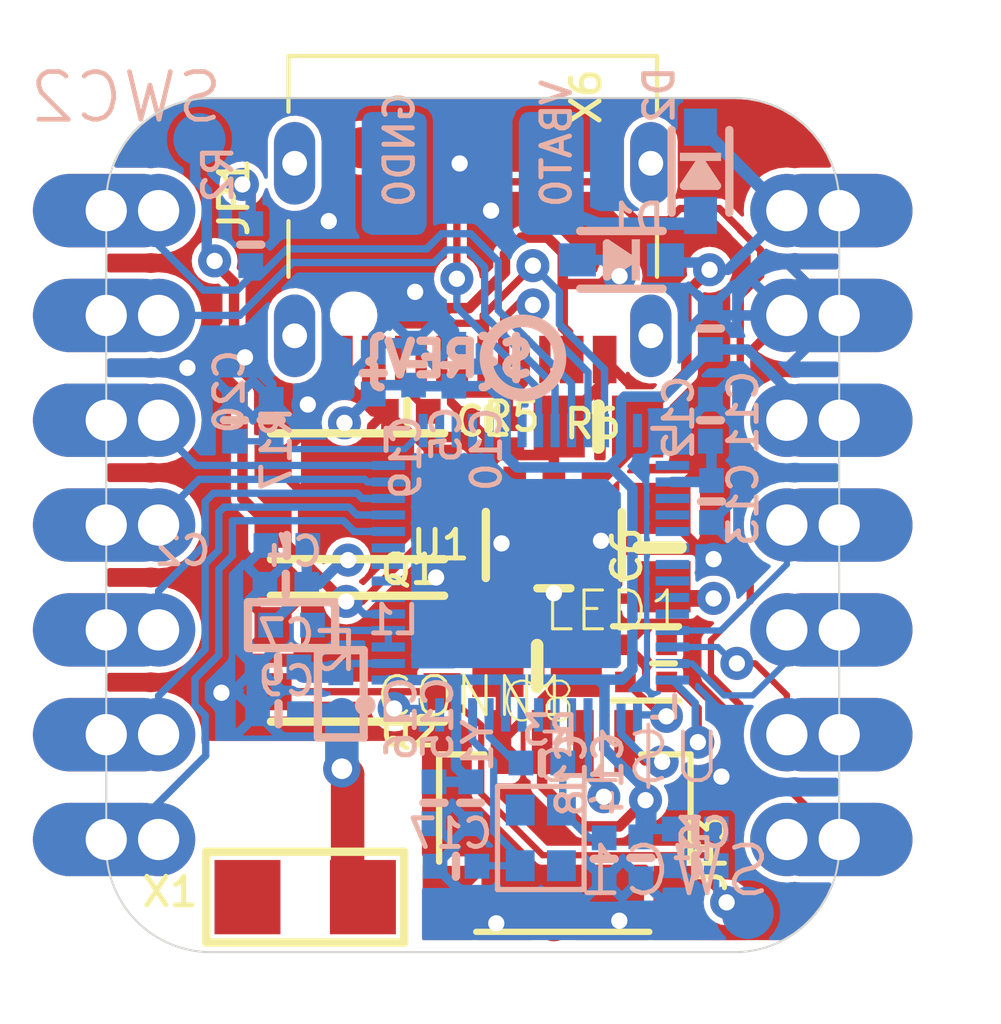
<source format=kicad_pcb>
(kicad_pcb (version 20221018) (generator pcbnew)
  (layers (0 "F.Cu" signal) (1 "In1.Cu" signal) (2 "In2.Cu" signal) (31 "B.Cu" signal) (34 "B.Paste" user) (35 "F.Paste" user) (36 "B.SilkS" user "B.Silkscreen") (37 "F.SilkS" user "F.Silkscreen") (38 "B.Mask" user) (39 "F.Mask" user) (44 "Edge.Cuts" user))
  (net 0 "")
  (net 1 "GND")
  (net 2 "D+")
  (net 3 "D-")
  (net 4 "VBUS")
  (net 5 "~{RESET}")
  (net 6 "3.3V")
  (net 7 "A0")
  (net 8 "CC1")
  (net 9 "CC2")
  (net 10 "A1")
  (net 11 "MOSI")
  (net 12 "MISO")
  (net 13 "SCK")
  (net 14 "A2")
  (net 15 "A3")
  (net 16 "SDA")
  (net 17 "SCL")
  (net 18 "NEOPIX")
  (net 19 "+5V")
  (net 20 "VDD3P3")
  (net 21 "N$2")
  (net 22 "N$3")
  (net 23 "IO0")
  (net 24 "SDA1")
  (net 25 "SCL1")
  (net 26 "N$5")
  (net 27 "N$6")
  (net 28 "N$7")
  (net 29 "IO10_DBLTAP")
  (net 30 "NEOPIX_PWR")
  (net 31 "TX")
  (net 32 "RX")
  (net 33 "VBAT")
  (net 34 "VDD_SPI")
  (footprint "working:ANT_2450AT18B100" (layer "F.Cu") (at 144.4371 114.0206 180)
    (fp_text reference "X1")
    (fp_text value "")
  )
  (footprint "working:BTN_KMR2_4.6X2.8" (layer "F.Cu") (at 145.7071 108.2421 180)
    (fp_text reference "Q2")
    (fp_text value "reset")
  )
  (footprint "working:USB_C_CUSB31-CFM2AX-01-X" (layer "F.Cu") (at 148.5011 97.4471 180)
    (fp_text reference "X6")
    (fp_text value "USB TYPE C")
  )
  (footprint "working:0805-NO" (layer "F.Cu") (at 153.035 105.5497 90)
    (fp_text reference "C6")
    (fp_text value "22uF")
  )
  (footprint "working:1X07_CASTEL" (layer "F.Cu") (at 156.1211 105.0036 90)
    (fp_text reference "JP3")
    (fp_text value "")
  )
  (footprint "working:FIDUCIAL_1MM" (layer "F.Cu") (at 145.8087 95.8596)
    (fp_text reference "U$6" hide)
    (fp_text value "FIDUCIAL_1MM" hide)
  )
  (footprint "working:0805-NO" (layer "F.Cu") (at 150.0632 108.4199 180)
    (fp_text reference "C8")
    (fp_text value "22uF")
  )
  (footprint "working:FIDUCIAL_1MM" (layer "F.Cu") (at 150.4696 114.5921)
    (fp_text reference "U$8" hide)
    (fp_text value "FIDUCIAL_1MM" hide)
  )
  (footprint "working:BTN_KMR2_4.6X2.8" (layer "F.Cu") (at 145.7071 104.3051 180)
    (fp_text reference "Q1")
    (fp_text value "BOOT0")
  )
  (footprint "working:SOT23-5" (layer "F.Cu") (at 150.4696 105.4862 180)
    (fp_text reference "U1")
    (fp_text value "AP2112K-3.3")
  )
  (footprint "working:QTPY_ESP32_TOP" (layer "F.Cu") (at 139.6111 115.3541)
    (fp_text reference "U$13" hide)
    (fp_text value "" hide)
  )
  (footprint "working:JST_SH4_SKINNY" (layer "F.Cu") (at 150.6855 112.776)
    (fp_text reference "CONN1")
    (fp_text value "STEMMA_I2C_QTSKINNY" hide)
  )
  (footprint "working:SK6805_1515" (layer "F.Cu") (at 152.7048 108.3564)
    (fp_text reference "LED1")
    (fp_text value "WS2812B_SK6805_1515")
  )
  (footprint "working:0805-NO" (layer "F.Cu") (at 151.5491 102.616 180)
    (fp_text reference "C1")
    (fp_text value "22uF")
  )
  (footprint "working:_0402NO" (layer "F.Cu") (at 148.8821 102.4255)
    (fp_text reference "R6")
    (fp_text value "5.1K")
  )
  (footprint "working:_0402NO" (layer "F.Cu") (at 146.9136 102.2477)
    (fp_text reference "R5")
    (fp_text value "5.1K")
  )
  (footprint "working:1X07_CASTEL" (layer "F.Cu") (at 140.8811 105.0036 -90)
    (fp_text reference "JP1")
    (fp_text value "")
  )
  (footprint "working:_0402NO" (layer "B.Cu") (at 148.4503 111.7346 -90)
    (fp_text reference "C15")
    (fp_text value "1uF")
  )
  (footprint "working:_0402NO" (layer "B.Cu") (at 143.1163 98.2091 -90)
    (fp_text reference "R2")
    (fp_text value "10K")
  )
  (footprint "working:_0402NO" (layer "B.Cu") (at 148.0439 101.1301 90)
    (fp_text reference "C10")
    (fp_text value "0.1uF")
  )
  (footprint "working:CRYSTAL_2X1.6" (layer "B.Cu") (at 150.1521 112.5855 -90)
    (fp_text reference "Y1")
    (fp_text value "40MHz")
  )
  (footprint "working:_0402" (layer "B.Cu") (at 144.1069 107.4293)
    (fp_text reference "L1")
    (fp_text value "2nH")
  )
  (footprint "working:_0402NO" (layer "B.Cu") (at 152.5778 113.0681 -90)
    (fp_text reference "C14")
    (fp_text value "0.1uF")
  )
  (footprint "working:_0402" (layer "B.Cu") (at 145.3007 109.093 90)
    (fp_text reference "L2")
    (fp_text value "0 ohm")
  )
  (footprint "working:_0402NO" (layer "B.Cu") (at 154.2669 100.2411 90)
    (fp_text reference "C11")
    (fp_text value "0.1uF")
  )
  (footprint "working:QTPYS2_BOT" (layer "B.Cu") (at 157.3911 115.3541 180)
    (fp_text reference "U$7" hide)
    (fp_text value "" hide)
  )
  (footprint "working:_0402NO" (layer "B.Cu") (at 146.0881 101.3206 90)
    (fp_text reference "C19")
    (fp_text value "1uF")
  )
  (footprint "working:_0402NO" (layer "B.Cu") (at 147.5613 111.7346 -90)
    (fp_text reference "C16")
    (fp_text value "100pF")
  )
  (footprint "working:_0402NO" (layer "B.Cu") (at 143.7894 109.5756 180)
    (fp_text reference "C9")
    (fp_text value "TBD")
  )
  (footprint "working:QFN56_7X7" (layer "B.Cu") (at 149.8981 106.1593)
    (fp_text reference "U$15")
    (fp_text value "ESP32-S2QFN54")
  )
  (footprint "working:_0402NO" (layer "B.Cu") (at 151.6888 113.0935 -90)
    (fp_text reference "C18")
    (fp_text value "16pF")
  )
  (footprint "working:SOD-323_MINI" (layer "B.Cu") (at 154.0256 96.4311 -90)
    (fp_text reference "D2")
    (fp_text value "  NSR0320")
  )
  (footprint "working:_0402NO" (layer "B.Cu") (at 153.8986 112.3696)
    (fp_text reference "R1")
    (fp_text value "10K")
  )
  (footprint "working:TESTPOINT_MINUS_1X3MM" (layer "B.Cu") (at 146.5961 96.4819 -90)
    (fp_text reference "GND0")
    (fp_text value "")
  )
  (footprint "working:_0402NO" (layer "B.Cu") (at 142.7226 102.4636 90)
    (fp_text reference "C20")
    (fp_text value "1uF")
  )
  (footprint "working:_0402NO" (layer "B.Cu") (at 150.1775 110.7694 180)
    (fp_text reference "R3")
    (fp_text value "0")
  )
  (footprint "working:_0402NO" (layer "B.Cu") (at 154.2923 104.4321 -90)
    (fp_text reference "C12")
    (fp_text value "0.1uF")
  )
  (footprint "working:_0402NO" (layer "B.Cu") (at 154.2669 102.4636 90)
    (fp_text reference "C13")
    (fp_text value "1uF")
  )
  (footprint "working:SOD-323_MINI" (layer "B.Cu") (at 152.1079 98.5774 180)
    (fp_text reference "D1")
    (fp_text value "  NSR0320")
  )
  (footprint "working:B1,27" (layer "B.Cu") (at 141.8717 95.6564 180)
    (fp_text reference "SWC2")
    (fp_text value "TPB1,27")
  )
  (footprint "working:_0402NO" (layer "B.Cu") (at 153.8986 113.2586 180)
    (fp_text reference "C3")
    (fp_text value "1uF")
  )
  (footprint "working:TESTPOINT_PLUS_1X3MM" (layer "B.Cu") (at 150.4061 96.4819 -90)
    (fp_text reference "VBAT0")
    (fp_text value "")
  )
  (footprint "working:_0402NO" (layer "B.Cu") (at 143.9926 105.4989 180)
    (fp_text reference "C2")
    (fp_text value "1uF")
  )
  (footprint "working:_0402NO" (layer "B.Cu") (at 143.9672 106.4387 180)
    (fp_text reference "C4")
    (fp_text value "0.1uF")
  )
  (footprint "working:_0402NO" (layer "B.Cu") (at 148.0947 113.2713 180)
    (fp_text reference "C17")
    (fp_text value "16pF")
  )
  (footprint "working:_0402NO" (layer "B.Cu") (at 143.7767 108.4453 180)
    (fp_text reference "C7")
    (fp_text value "TBD")
  )
  (footprint "working:_0402NO" (layer "B.Cu") (at 143.6116 102.4636 -90)
    (fp_text reference "R17")
    (fp_text value "1Meg")
  )
  (footprint "working:B1,27" (layer "B.Cu") (at 155.1686 114.4016 180)
    (fp_text reference "SWC1")
    (fp_text value "TPB1,27")
  )
  (footprint "working:_0402NO" (layer "B.Cu") (at 147.066 101.1047 90)
    (fp_text reference "C5")
    (fp_text value "1uF")
  )
  (footprint "working:PCBFEAT-REV-040" (layer "B.Cu") (at 149.7203 100.9523 180)
    (fp_text reference "U$12" hide)
    (fp_text value "" hide)
  )
  (gr_line (start 154.8511 115.3541) (end 142.1511 115.3541) (stroke (width 0.05)) (layer "Edge.Cuts"))
  (gr_arc (start 154.8511 94.6531) (mid 156.647151 95.397049) (end 157.3911 97.1931) (stroke (width 0.05)) (layer "Edge.Cuts"))
  (gr_line (start 157.3911 97.1931) (end 157.3911 112.8141) (stroke (width 0.05)) (layer "Edge.Cuts"))
  (gr_arc (start 157.3911 112.8141) (mid 156.647151 114.610151) (end 154.8511 115.3541) (stroke (width 0.05)) (layer "Edge.Cuts"))
  (gr_line (start 142.1511 94.6531) (end 154.8511 94.6531) (stroke (width 0.05)) (layer "Edge.Cuts"))
  (gr_line (start 139.6111 112.8141) (end 139.6111 97.1931) (stroke (width 0.05)) (layer "Edge.Cuts"))
  (gr_arc (start 142.1511 115.3541) (mid 140.355049 114.610151) (end 139.6111 112.8141) (stroke (width 0.05)) (layer "Edge.Cuts"))
  (gr_arc (start 139.6111 97.1931) (mid 140.355049 95.397049) (end 142.1511 94.6531) (stroke (width 0.05)) (layer "Edge.Cuts"))
  (segment (start 152.2048 107.9064) (end 152.6946 107.4166) (width 0.254) (layer "F.Cu") (net 1))
  (segment (start 154.036443 114.9096) (end 155.1051 114.9096) (width 0.3048) (layer "F.Cu") (net 1))
  (segment (start 152.6946 107.4166) (end 152.799468 107.4166) (width 0.254) (layer "F.Cu") (net 1))
  (segment (start 148.7296 103.5051) (end 147.7571 103.5051) (width 0.254) (layer "F.Cu") (net 1))
  (segment (start 148.3741 102.4255) (end 148.3741 102.87) (width 0.254) (layer "F.Cu") (net 1))
  (segment (start 149.1855 110.262) (end 149.1855 110.4011) (width 0.254) (layer "F.Cu") (net 1))
  (segment (start 149.1855 108.4922) (end 149.1132 108.4199) (width 0.254) (layer "F.Cu") (net 1))
  (segment (start 146.4056 102.2477) (end 146.0881 102.2477) (width 0.254) (layer "F.Cu") (net 1))
  (segment (start 148.3106 103.0605) (end 148.336 103.0605) (width 0.254) (layer "F.Cu") (net 1))
  (segment (start 148.3741 102.997) (end 148.3106 103.0605) (width 0.254) (layer "F.Cu") (net 1))
  (segment (start 151.7011 101.514) (end 150.5991 102.616) (width 0.254) (layer "F.Cu") (net 1))
  (segment (start 148.7551 103.4796) (end 148.7296 103.5051) (width 0.254) (layer "F.Cu") (net 1))
  (segment (start 150.4696 104.1861) (end 150.4696 103.3067) (width 0.254) (layer "F.Cu") (net 1))
  (segment (start 152.799468 107.4166) (end 152.809284 107.406785) (width 0.254) (layer "F.Cu") (net 1))
  (segment (start 149.1855 110.262) (end 149.1855 108.4922) (width 0.254) (layer "F.Cu") (net 1))
  (segment (start 145.3011 100.9921) (end 145.3011 101.4607) (width 0.254) (layer "F.Cu") (net 1))
  (segment (start 155.1051 114.9096) (end 155.6766 114.3381) (width 0.254) (layer "F.Cu") (net 1))
  (segment (start 148.336 103.0605) (end 148.7551 103.4796) (width 0.254) (layer "F.Cu") (net 1))
  (segment (start 148.3741 102.87) (end 146.4056 102.87) (width 0.254) (layer "F.Cu") (net 1))
  (segment (start 151.7011 100.9921) (end 151.7011 101.514) (width 0.254) (layer "F.Cu") (net 1))
  (segment (start 146.4056 102.87) (end 146.4056 102.2477) (width 0.254) (layer "F.Cu") (net 1))
  (segment (start 154.036443 114.9096) (end 153.4855 114.358657) (width 0.3048) (layer "F.Cu") (net 1))
  (segment (start 150.4696 103.3067) (end 148.928 103.3067) (width 0.254) (layer "F.Cu") (net 1))
  (segment (start 148.928 103.3067) (end 148.7551 103.4796) (width 0.254) (layer "F.Cu") (net 1))
  (segment (start 153.4855 114.162) (end 153.4855 114.358657) (width 0.4064) (layer "F.Cu") (net 1))
  (segment (start 146.0881 102.2477) (end 145.3011 101.4607) (width 0.254) (layer "F.Cu") (net 1))
  (via (at 152.0571 114.5921) (size 0.8001) (drill 0.3937) (layers "F.Cu" "B.Cu") (net 1))
  (via (at 147.6121 106.2736) (size 0.8001) (drill 0.3937) (layers "F.Cu" "B.Cu") (net 1))
  (via (at 154.3431 105.8291) (size 0.8001) (drill 0.3937) (layers "F.Cu" "B.Cu") (net 1))
  (via (at 149.1996 105.4481) (size 0.8001) (drill 0.3937) (layers "F.Cu" "B.Cu") (net 1))
  (via (at 154.5336 111.0996) (size 0.8001) (drill 0.3937) (layers "F.Cu" "B.Cu") (net 1))
  (via (at 151.6126 105.3846) (size 0.8001) (drill 0.3937) (layers "F.Cu" "B.Cu") (net 1))
  (via (at 149.0726 114.6556) (size 0.8001) (drill 0.3937) (layers "F.Cu" "B.Cu") (net 1))
  (via (at 142.4051 109.0676) (size 0.8001) (drill 0.3937) (layers "F.Cu" "B.Cu") (net 1))
  (via (at 141.5796 101.1936) (size 0.8001) (drill 0.3937) (layers "F.Cu" "B.Cu") (net 1))
  (via (at 148.9456 97.3836) (size 0.8001) (drill 0.3937) (layers "F.Cu" "B.Cu") (net 1))
  (via (at 150.4696 106.6546) (size 0.8001) (drill 0.3937) (layers "F.Cu" "B.Cu") (net 1))
  (via (at 147.1041 99.3521) (size 0.8001) (drill 0.3937) (layers "F.Cu" "B.Cu") (net 1))
  (via (at 142.9766 100.9396) (size 0.8001) (drill 0.3937) (layers "F.Cu" "B.Cu") (net 1))
  (via (at 148.1836 96.2406) (size 0.8001) (drill 0.3937) (layers "F.Cu" "B.Cu") (net 1))
  (via (at 144.5006 102.0826) (size 0.8001) (drill 0.3937) (layers "F.Cu" "B.Cu") (net 1))
  (via (at 145.0086 97.6376) (size 0.8001) (drill 0.3937) (layers "F.Cu" "B.Cu") (net 1))
  (segment (start 146.0881 100.438538) (end 146.3171 100.209538) (width 0.254) (layer "B.Cu") (net 1))
  (segment (start 146.304 100.5967) (end 147.066 100.5967) (width 0.254) (layer "B.Cu") (net 1))
  (segment (start 143.6116 101.580207) (end 143.3477 101.316307) (width 0.254) (layer "B.Cu") (net 1))
  (segment (start 148.0439 100.2919) (end 147.1041 99.3521) (width 0.254) (layer "B.Cu") (net 1))
  (segment (start 146.0881 100.8126) (end 146.0881 100.438538) (width 0.254) (layer "B.Cu") (net 1))
  (segment (start 157.3911 99.9236) (end 154.2669 99.9236) (width 0.254) (layer "B.Cu") (net 1))
  (segment (start 146.3171 100.209538) (end 146.3171 99.9236) (width 0.254) (layer "B.Cu") (net 1))
  (segment (start 146.8886 99.3521) (end 147.1041 99.3521) (width 0.254) (layer "B.Cu") (net 1))
  (segment (start 146.0881 100.8126) (end 146.304 100.5967) (width 0.254) (layer "B.Cu") (net 1))
  (segment (start 142.7861 107.9627) (end 142.7861 107.4801) (width 0.254) (layer "B.Cu") (net 1))
  (segment (start 154.2669 99.9236) (end 154.2669 99.7331) (width 0.254) (layer "B.Cu") (net 1))
  (segment (start 143.2687 108.4453) (end 143.2687 109.5629) (width 0.508) (layer "B.Cu") (net 1))
  (segment (start 143.2814 109.5756) (end 143.2687 109.5629) (width 0.254) (layer "B.Cu") (net 1))
  (segment (start 143.3477 101.316307) (end 143.3477 101.3107) (width 0.254) (layer "B.Cu") (net 1))
  (segment (start 143.6116 101.9556) (end 143.6116 101.580207) (width 0.254) (layer "B.Cu") (net 1))
  (segment (start 143.3477 101.3107) (end 142.9766 100.9396) (width 0.254) (layer "B.Cu") (net 1))
  (segment (start 143.2687 108.4453) (end 142.7861 107.9627) (width 0.3048) (layer "B.Cu") (net 1))
  (segment (start 148.0439 100.6221) (end 148.0439 100.2919) (width 0.254) (layer "B.Cu") (net 1))
  (segment (start 146.3171 99.9236) (end 146.8886 99.3521) (width 0.254) (layer "B.Cu") (net 1))
  (segment (start 145.0086 97.2566) (end 145.0086 97.6376) (width 0.4064) (layer "B.Cu") (net 1))
  (segment (start 148.8146 100.9286) (end 148.7511 100.9921) (width 0.1778) (layer "F.Cu") (net 2))
  (segment (start 147.7511 100.9921) (end 147.7511 100.4316) (width 0.1778) (layer "F.Cu") (net 2))
  (segment (start 149.9616 98.7171) (end 148.7551 99.9236) (width 0.1778) (layer "F.Cu") (net 2))
  (segment (start 148.7551 99.9236) (end 148.7551 100.1141) (width 0.1778) (layer "F.Cu") (net 2))
  (segment (start 148.8146 100.1736) (end 148.8146 100.9286) (width 0.1778) (layer "F.Cu") (net 2))
  (segment (start 148.0686 100.1141) (end 148.7551 100.1141) (width 0.1778) (layer "F.Cu") (net 2))
  (segment (start 148.0686 100.1141) (end 147.7511 100.4316) (width 0.1778) (layer "F.Cu") (net 2))
  (segment (start 148.7551 100.1141) (end 148.8146 100.1736) (width 0.1778) (layer "F.Cu") (net 2))
  (via (at 149.9616 98.7171) (size 0.8001) (drill 0.3937) (layers "F.Cu" "B.Cu") (net 2))
  (segment (start 151.6981 102.7142) (end 151.6981 101.232157) (width 0.1778) (layer "B.Cu") (net 2))
  (segment (start 150.60295 99.35845) (end 150.60295 100.137007) (width 0.1778) (layer "B.Cu") (net 2))
  (segment (start 149.9616 98.7171) (end 150.60295 99.35845) (width 0.1778) (layer "B.Cu") (net 2))
  (segment (start 150.60295 100.137007) (end 151.6981 101.232157) (width 0.1778) (layer "B.Cu") (net 2))
  (segment (start 148.1876 101.0556) (end 148.1876 101.7056) (width 0.1778) (layer "F.Cu") (net 3))
  (segment (start 149.9616 99.6696) (end 149.7711 99.4791) (width 0.1778) (layer "F.Cu") (net 3))
  (segment (start 149.7711 99.4791) (end 149.2511 99.9991) (width 0.1778) (layer "F.Cu") (net 3))
  (segment (start 149.0091 101.8286) (end 149.2511 101.5866) (width 0.1778) (layer "F.Cu") (net 3))
  (segment (start 149.2511 100.9921) (end 149.2511 99.9991) (width 0.1778) (layer "F.Cu") (net 3))
  (segment (start 148.3106 101.8286) (end 149.0091 101.8286) (width 0.1778) (layer "F.Cu") (net 3))
  (segment (start 148.2511 100.9921) (end 148.1876 101.0556) (width 0.1778) (layer "F.Cu") (net 3))
  (segment (start 149.2511 101.5866) (end 149.2511 100.9921) (width 0.1778) (layer "F.Cu") (net 3))
  (segment (start 148.1876 101.7056) (end 148.3106 101.8286) (width 0.1778) (layer "F.Cu") (net 3))
  (via (at 149.9616 99.6696) (size 0.8001) (drill 0.3937) (layers "F.Cu" "B.Cu") (net 3))
  (segment (start 149.9616 99.6696) (end 149.9616 99.962632) (width 0.1778) (layer "B.Cu") (net 3))
  (segment (start 151.2981 102.7142) (end 151.2981 101.299132) (width 0.1778) (layer "B.Cu") (net 3))
  (segment (start 151.2981 101.299132) (end 149.9616 99.962632) (width 0.1778) (layer "B.Cu") (net 3))
  (segment (start 150.6851 99.1616) (end 150.6851 100.209538) (width 0.254) (layer "F.Cu") (net 4))
  (segment (start 150.6851 100.209538) (end 150.815381 100.339819) (width 0.254) (layer "F.Cu") (net 4))
  (segment (start 148.412043 99.7458) (end 149.28215 98.875694) (width 0.254) (layer "F.Cu") (net 4))
  (segment (start 151.61895 99.1616) (end 150.6851 99.1616) (width 0.254) (layer "F.Cu") (net 4))
  (segment (start 146.1011 100.425538) (end 146.412537 100.1141) (width 0.254) (layer "F.Cu") (net 4))
  (segment (start 149.28215 98.435663) (end 149.680162 98.03765) (width 0.254) (layer "F.Cu") (net 4))
  (segment (start 150.3172 98.03765) (end 150.6851 98.40555) (width 0.254) (layer "F.Cu") (net 4))
  (segment (start 149.28215 98.875694) (end 149.28215 98.435663) (width 0.254) (layer "F.Cu") (net 4))
  (segment (start 147.547743 100.1141) (end 147.916043 99.7458) (width 0.254) (layer "F.Cu") (net 4))
  (segment (start 146.1011 100.9921) (end 146.1011 100.425538) (width 0.254) (layer "F.Cu") (net 4))
  (segment (start 150.815381 100.339819) (end 150.815381 100.784319) (width 0.254) (layer "F.Cu") (net 4))
  (segment (start 147.916043 99.7458) (end 148.412043 99.7458) (width 0.254) (layer "F.Cu") (net 4))
  (segment (start 149.680162 98.03765) (end 150.3172 98.03765) (width 0.254) (layer "F.Cu") (net 4))
  (segment (start 152.06345 98.9711) (end 151.80945 98.9711) (width 0.254) (layer "F.Cu") (net 4))
  (segment (start 146.412537 100.1141) (end 147.547743 100.1141) (width 0.254) (layer "F.Cu") (net 4))
  (segment (start 150.9011 100.9921) (end 150.75435 100.84535) (width 0.254) (layer "F.Cu") (net 4))
  (segment (start 151.80945 98.9711) (end 151.61895 99.1616) (width 0.254) (layer "F.Cu") (net 4))
  (segment (start 150.6851 98.40555) (end 150.6851 99.1616) (width 0.254) (layer "F.Cu") (net 4))
  (segment (start 150.815381 100.784319) (end 150.75435 100.84535) (width 0.254) (layer "F.Cu") (net 4))
  (via (at 152.06345 98.9711) (size 0.8001) (drill 0.3937) (layers "F.Cu" "B.Cu") (net 4))
  (segment (start 151.66975 98.5774) (end 152.06345 98.9711) (width 0.254) (layer "B.Cu") (net 4))
  (segment (start 151.0379 98.5774) (end 151.66975 98.5774) (width 0.254) (layer "B.Cu") (net 4))
  (segment (start 154.6606 114.0841) (end 154.3141 113.7376) (width 0.1524) (layer "F.Cu") (net 5))
  (segment (start 150.198812 113.0046) (end 154.214887 113.0046) (width 0.1524) (layer "F.Cu") (net 5))
  (segment (start 147.7571 109.0421) (end 146.399462 109.0421) (width 0.1778) (layer "F.Cu") (net 5))
  (segment (start 146.370046 109.0421) (end 143.6571 109.0421) (width 0.1778) (layer "F.Cu") (net 5))
  (segment (start 146.5961 109.3851) (end 146.4182 109.2072) (width 0.1778) (layer "F.Cu") (net 5))
  (segment (start 146.5961 109.4486) (end 146.5961 109.3851) (width 0.1778) (layer "F.Cu") (net 5))
  (segment (start 148.7069 109.8522) (end 148.7069 111.512688) (width 0.1524) (layer "F.Cu") (net 5))
  (segment (start 154.3141 113.103813) (end 154.3141 113.7376) (width 0.1524) (layer "F.Cu") (net 5))
  (segment (start 154.214887 113.0046) (end 154.3141 113.103813) (width 0.1524) (layer "F.Cu") (net 5))
  (segment (start 148.7069 111.512688) (end 150.198812 113.0046) (width 0.1524) (layer "F.Cu") (net 5))
  (segment (start 146.3802 109.2072) (end 146.370046 109.0421) (width 0.1778) (layer "F.Cu") (net 5))
  (segment (start 154.6606 114.0841) (end 154.6606 114.1476) (width 0.1524) (layer "F.Cu") (net 5))
  (segment (start 148.7069 109.8522) (end 147.7571 109.0421) (width 0.1524) (layer "F.Cu") (net 5))
  (segment (start 146.399462 109.0421) (end 146.3802 109.2072) (width 0.1778) (layer "F.Cu") (net 5))
  (segment (start 146.4182 109.2072) (end 146.3802 109.2072) (width 0.1778) (layer "F.Cu") (net 5))
  (via (at 154.6606 114.1476) (size 0.8001) (drill 0.3937) (layers "F.Cu" "B.Cu") (net 5))
  (via (at 146.5961 109.4486) (size 0.8001) (drill 0.3937) (layers "F.Cu" "B.Cu") (net 5))
  (segment (start 147.2981 109.6044) (end 147.1423 109.4486) (width 0.1778) (layer "B.Cu") (net 5))
  (segment (start 147.1423 109.4486) (end 146.5961 109.4486) (width 0.1778) (layer "B.Cu") (net 5))
  (segment (start 154.4066 113.8936) (end 154.6606 114.1476) (width 0.1524) (layer "B.Cu") (net 5))
  (segment (start 154.6606 114.1476) (end 154.9146 114.1476) (width 0.1778) (layer "B.Cu") (net 5))
  (segment (start 154.9146 114.1476) (end 155.1686 114.4016) (width 0.1778) (layer "B.Cu") (net 5))
  (segment (start 154.4066 112.3696) (end 154.4066 113.2586) (width 0.1524) (layer "B.Cu") (net 5))
  (segment (start 154.4066 113.8936) (end 154.4066 113.2586) (width 0.1524) (layer "B.Cu") (net 5))
  (segment (start 153.035 106.4997) (end 152.7484 106.7863) (width 0.254) (layer "F.Cu") (net 6))
  (segment (start 150.1855 110.262) (end 150.1855 109.750357) (width 0.254) (layer "F.Cu") (net 6))
  (segment (start 152.7484 106.7863) (end 151.4196 106.7863) (width 0.254) (layer "F.Cu") (net 6))
  (segment (start 151.106865 108.458004) (end 151.0132 108.4199) (width 0.254) (layer "F.Cu") (net 6))
  (segment (start 151.106865 108.041035) (end 151.086275 107.665725) (width 0.254) (layer "F.Cu") (net 6))
  (segment (start 151.4196 107.3324) (end 151.4196 106.7863) (width 0.254) (layer "F.Cu") (net 6))
  (segment (start 152.0571 112.3061) (end 151.1681 112.3061) (width 0.254) (layer "F.Cu") (net 6))
  (segment (start 153.035 106.4997) (end 153.3169 106.7816) (width 0.4064) (layer "F.Cu") (net 6))
  (segment (start 150.1855 109.2476) (end 151.0132 108.4199) (width 0.254) (layer "F.Cu") (net 6))
  (segment (start 151.4196 107.3324) (end 151.086275 107.665725) (width 0.254) (layer "F.Cu") (net 6))
  (segment (start 151.1681 112.3061) (end 150.1855 111.3235) (width 0.254) (layer "F.Cu") (net 6))
  (segment (start 151.106865 108.458004) (end 151.106865 108.041035) (width 0.254) (layer "F.Cu") (net 6))
  (segment (start 150.1855 111.3235) (end 150.1855 110.262) (width 0.254) (layer "F.Cu") (net 6))
  (segment (start 150.1855 110.262) (end 150.1855 109.2476) (width 0.254) (layer "F.Cu") (net 6))
  (segment (start 152.6921 111.6711) (end 152.0571 112.3061) (width 0.254) (layer "F.Cu") (net 6))
  (segment (start 153.3169 106.7816) (end 154.3431 106.7816) (width 0.4064) (layer "F.Cu") (net 6))
  (via (at 154.3431 106.7816) (size 0.8001) (drill 0.3937) (layers "F.Cu" "B.Cu") (net 6))
  (via (at 145.3896 102.5271) (size 0.8001) (drill 0.3937) (layers "F.Cu" "B.Cu") (net 6))
  (via (at 145.477153 105.853154) (size 0.8001) (drill 0.3937) (layers "F.Cu" "B.Cu") (net 6))
  (via (at 152.6921 111.6711) (size 0.8001) (drill 0.3937) (layers "F.Cu" "B.Cu") (net 6))
  (via (at 142.9131 96.7486) (size 0.8001) (drill 0.3937) (layers "F.Cu" "B.Cu") (net 6))
  (segment (start 143.1163 96.9518) (end 142.9131 96.7486) (width 0.254) (layer "B.Cu") (net 6))
  (segment (start 146.0881 101.8286) (end 146.304 101.6127) (width 0.254) (layer "B.Cu") (net 6))
  (segment (start 148.0439 101.6381) (end 148.8948 101.6381) (width 0.254) (layer "B.Cu") (net 6))
  (segment (start 145.477153 105.853154) (end 145.350153 105.853154) (width 0.254) (layer "B.Cu") (net 6))
  (segment (start 152.1841 101.8921) (end 153.1239 101.8921) (width 0.254) (layer "B.Cu") (net 6))
  (segment (start 154.2669 100.7491) (end 155.1686 100.7491) (width 0.254) (layer "B.Cu") (net 6))
  (segment (start 151.8031 103.6066) (end 151.835315 103.574385) (width 0.254) (layer "B.Cu") (net 6))
  (segment (start 149.5806 103.6066) (end 151.8031 103.6066) (width 0.254) (layer "B.Cu") (net 6))
  (segment (start 143.1163 97.7011) (end 143.1163 96.9518) (width 0.254) (layer "B.Cu") (net 6))
  (segment (start 153.1239 101.8921) (end 154.2669 100.7491) (width 0.254) (layer "B.Cu") (net 6))
  (segment (start 144.4752 105.5243) (end 144.4752 106.4387) (width 0.254) (layer "B.Cu") (net 6))
  (segment (start 148.0853 108.7593) (end 148.0981 108.7721) (width 0.254) (layer "B.Cu") (net 6))
  (segment (start 149.4536 108.7501) (end 148.1201 108.7501) (width 0.254) (layer "B.Cu") (net 6))
  (segment (start 152.3746 104.113669) (end 151.835315 103.574385) (width 0.254) (layer "B.Cu") (net 6))
  (segment (start 146.0881 101.8286) (end 145.3896 102.5271) (width 0.254) (layer "B.Cu") (net 6))
  (segment (start 147.066 101.6127) (end 146.304 101.6127) (width 0.254) (layer "B.Cu") (net 6))
  (segment (start 149.2981 109.6044) (end 149.2981 108.9056) (width 0.254) (layer "B.Cu") (net 6))
  (segment (start 152.0981 102.7142) (end 152.0981 101.9781) (width 0.254) (layer "B.Cu") (net 6))
  (segment (start 149.2981 102.7142) (end 149.2981 103.3241) (width 0.254) (layer "B.Cu") (net 6))
  (segment (start 157.3911 102.4636) (end 156.1211 102.4636) (width 0.254) (layer "B.Cu") (net 6))
  (segment (start 152.1206 108.7501) (end 151.5491 108.7501) (width 0.254) (layer "B.Cu") (net 6))
  (segment (start 152.8318 111.9886) (end 152.5778 111.9886) (width 0.254) (layer "B.Cu") (net 6))
  (segment (start 148.0981 110.8744) (end 148.0981 109.6044) (width 0.254) (layer "B.Cu") (net 6))
  (segment (start 148.8948 101.6381) (end 149.2981 102.0414) (width 0.254) (layer "B.Cu") (net 6))
  (segment (start 152.3746 108.4961) (end 152.1206 108.7501) (width 0.254) (layer "B.Cu") (net 6))
  (segment (start 145.350153 105.853154) (end 144.764606 106.4387) (width 0.254) (layer "B.Cu") (net 6))
  (segment (start 151.835315 103.574385) (end 152.0981 103.3116) (width 0.254) (layer "B.Cu") (net 6))
  (segment (start 152.8318 112.3696) (end 152.8318 111.9886) (width 0.254) (layer "B.Cu") (net 6))
  (segment (start 153.3906 112.3696) (end 152.8318 112.3696) (width 0.254) (layer "B.Cu") (net 6))
  (segment (start 144.5006 105.4989) (end 144.4752 105.5243) (width 0.254) (layer "B.Cu") (net 6))
  (segment (start 152.8318 111.9886) (end 152.8318 111.5568) (width 0.254) (layer "B.Cu") (net 6))
  (segment (start 144.4752 106.553) (end 144.4752 106.4387) (width 0.254) (layer "B.Cu") (net 6))
  (segment (start 152.0981 103.3116) (end 152.0981 102.7142) (width 0.254) (layer "B.Cu") (net 6))
  (segment (start 149.2981 103.3241) (end 149.5806 103.6066) (width 0.254) (layer "B.Cu") (net 6))
  (segment (start 151.5491 108.7501) (end 149.4536 108.7501) (width 0.254) (layer "B.Cu") (net 6))
  (segment (start 152.5778 111.7854) (end 152.5778 112.5601) (width 0.254) (layer "B.Cu") (net 6))
  (segment (start 144.4752 106.4387) (end 144.764606 106.4387) (width 0.254) (layer "B.Cu") (net 6))
  (segment (start 149.2981 102.0414) (end 149.2981 102.7142) (width 0.254) (layer "B.Cu") (net 6))
  (segment (start 152.0981 101.9781) (end 152.1841 101.8921) (width 0.254) (layer "B.Cu") (net 6))
  (segment (start 151.6981 109.6044) (end 151.6981 110.4231) (width 0.254) (layer "B.Cu") (net 6))
  (segment (start 152.6921 111.6711) (end 152.5778 111.7854) (width 0.254) (layer "B.Cu") (net 6))
  (segment (start 148.4503 111.2266) (end 147.5613 111.2266) (width 0.254) (layer "B.Cu") (net 6))
  (segment (start 156.1211 101.7016) (end 156.1211 102.4636) (width 0.254) (layer "B.Cu") (net 6))
  (segment (start 148.0981 108.7721) (end 148.0981 109.6044) (width 0.254) (layer "B.Cu") (net 6))
  (segment (start 151.5491 108.7501) (end 151.6981 108.8991) (width 0.254) (layer "B.Cu") (net 6))
  (segment (start 144.4752 106.553) (end 143.5989 107.4293) (width 0.254) (layer "B.Cu") (net 6))
  (segment (start 148.4503 111.2266) (end 148.0981 110.8744) (width 0.254) (layer "B.Cu") (net 6))
  (segment (start 152.8318 111.5568) (end 151.6981 110.4231) (width 0.254) (layer "B.Cu") (net 6))
  (segment (start 156.1211 101.7016) (end 155.1686 100.7491) (width 0.254) (layer "B.Cu") (net 6))
  (segment (start 148.1201 108.7501) (end 148.0981 108.7721) (width 0.254) (layer "B.Cu") (net 6))
  (segment (start 147.066 101.6127) (end 147.0914 101.6381) (width 0.254) (layer "B.Cu") (net 6))
  (segment (start 148.0853 108.7593) (end 146.453 108.7593) (width 0.254) (layer "B.Cu") (net 6))
  (segment (start 152.3746 104.113669) (end 152.3746 108.4961) (width 0.254) (layer "B.Cu") (net 6))
  (segment (start 152.5778 112.5601) (end 152.5778 111.9886) (width 0.254) (layer "B.Cu") (net 6))
  (segment (start 149.2981 108.9056) (end 149.4536 108.7501) (width 0.254) (layer "B.Cu") (net 6))
  (segment (start 148.0439 101.6381) (end 147.0914 101.6381) (width 0.254) (layer "B.Cu") (net 6))
  (segment (start 151.6981 108.8991) (end 151.6981 109.6044) (width 0.254) (layer "B.Cu") (net 6))
  (segment (start 149.120631 99.7966) (end 150.8981 101.574069) (width 0.1778) (layer "B.Cu") (net 7))
  (segment (start 147.3835 98.3107) (end 147.750243 97.943957) (width 0.1778) (layer "B.Cu") (net 7))
  (segment (start 140.8811 97.3836) (end 140.8811 98.2218) (width 0.1778) (layer "B.Cu") (net 7))
  (segment (start 148.448931 97.943957) (end 149.120631 98.615657) (width 0.1778) (layer "B.Cu") (net 7))
  (segment (start 143.1036 98.991613) (end 143.314612 98.991613) (width 0.1778) (layer "B.Cu") (net 7))
  (segment (start 143.1163 98.978913) (end 143.1036 98.991613) (width 0.1778) (layer "B.Cu") (net 7))
  (segment (start 140.8811 98.2218) (end 141.968412 99.309113) (width 0.1778) (layer "B.Cu") (net 7))
  (segment (start 143.995525 98.3107) (end 147.3835 98.3107) (width 0.1778) (layer "B.Cu") (net 7))
  (segment (start 149.120631 98.615657) (end 149.120631 99.7966) (width 0.1778) (layer "B.Cu") (net 7))
  (segment (start 150.8981 101.574069) (end 150.8981 102.7142) (width 0.1778) (layer "B.Cu") (net 7))
  (segment (start 143.314612 98.991613) (end 143.995525 98.3107) (width 0.1778) (layer "B.Cu") (net 7))
  (segment (start 139.6111 97.3836) (end 140.8811 97.3836) (width 0.254) (layer "B.Cu") (net 7))
  (segment (start 143.1036 98.991613) (end 142.7861 99.309113) (width 0.1778) (layer "B.Cu") (net 7))
  (segment (start 147.750243 97.943957) (end 148.448931 97.943957) (width 0.1778) (layer "B.Cu") (net 7))
  (segment (start 143.1163 98.7171) (end 143.1163 98.978913) (width 0.1778) (layer "B.Cu") (net 7))
  (segment (start 141.968412 99.309113) (end 142.7861 99.309113) (width 0.1778) (layer "B.Cu") (net 7))
  (segment (start 149.7511 101.5692) (end 149.3901 101.9302) (width 0.1778) (layer "F.Cu") (net 8))
  (segment (start 149.7511 100.9921) (end 149.7511 101.5692) (width 0.1778) (layer "F.Cu") (net 8))
  (segment (start 149.3901 102.4255) (end 149.3901 101.9302) (width 0.1778) (layer "F.Cu") (net 8))
  (segment (start 147.4216 102.2477) (end 146.7511 101.5772) (width 0.1778) (layer "F.Cu") (net 9))
  (segment (start 146.7511 100.9921) (end 146.7511 101.5772) (width 0.1778) (layer "F.Cu") (net 9))
  (segment (start 148.790431 99.933375) (end 150.4981 101.641044) (width 0.1778) (layer "B.Cu") (net 10))
  (segment (start 147.5613 98.6409) (end 144.1323 98.6409) (width 0.1778) (layer "B.Cu") (net 10))
  (segment (start 144.1323 98.6409) (end 142.8496 99.9236) (width 0.1778) (layer "B.Cu") (net 10))
  (segment (start 140.8811 99.9236) (end 142.8496 99.9236) (width 0.1778) (layer "B.Cu") (net 10))
  (segment (start 147.8661 98.3361) (end 148.3741 98.3361) (width 0.1778) (layer "B.Cu") (net 10))
  (segment (start 148.790431 98.752432) (end 148.790431 99.933375) (width 0.1778) (layer "B.Cu") (net 10))
  (segment (start 147.8661 98.3361) (end 147.5613 98.6409) (width 0.1778) (layer "B.Cu") (net 10))
  (segment (start 150.4981 101.641044) (end 150.4981 102.7142) (width 0.1778) (layer "B.Cu") (net 10))
  (segment (start 139.6111 99.9236) (end 140.8811 99.9236) (width 0.254) (layer "B.Cu") (net 10))
  (segment (start 148.3741 98.3361) (end 148.790431 98.752432) (width 0.1778) (layer "B.Cu") (net 10))
  (segment (start 154.5179 107.5593) (end 153.3432 107.5593) (width 0.1524) (layer "B.Cu") (net 11))
  (segment (start 157.3911 105.0036) (end 156.1211 105.0036) (width 0.254) (layer "B.Cu") (net 11))
  (segment (start 154.5179 107.5593) (end 156.1211 105.9561) (width 0.1524) (layer "B.Cu") (net 11))
  (segment (start 156.1211 105.9561) (end 156.1211 105.0036) (width 0.1524) (layer "B.Cu") (net 11))
  (segment (start 154.5971 109.1311) (end 155.2956 109.1311) (width 0.1524) (layer "B.Cu") (net 12))
  (segment (start 156.1211 108.3056) (end 156.1211 107.5436) (width 0.1524) (layer "B.Cu") (net 12))
  (segment (start 155.2956 109.1311) (end 156.1211 108.3056) (width 0.1524) (layer "B.Cu") (net 12))
  (segment (start 153.8253 108.3593) (end 154.5971 109.1311) (width 0.1524) (layer "B.Cu") (net 12))
  (segment (start 157.3911 107.5436) (end 156.1211 107.5436) (width 0.1524) (layer "B.Cu") (net 12))
  (segment (start 153.3432 108.3593) (end 153.8253 108.3593) (width 0.1524) (layer "B.Cu") (net 12))
  (segment (start 154.90825 108.3564) (end 155.353368 108.3564) (width 0.1524) (layer "F.Cu") (net 13))
  (segment (start 156.1211 109.124132) (end 156.1211 110.0836) (width 0.1524) (layer "F.Cu") (net 13))
  (segment (start 156.1211 109.124132) (end 155.353368 108.3564) (width 0.1524) (layer "F.Cu") (net 13))
  (via (at 154.90825 108.3564) (size 0.8001) (drill 0.3937) (layers "F.Cu" "B.Cu") (net 13))
  (segment (start 154.44765 107.9593) (end 153.3432 107.9593) (width 0.1524) (layer "B.Cu") (net 13))
  (segment (start 157.3911 110.0836) (end 156.1211 110.0836) (width 0.254) (layer "B.Cu") (net 13))
  (segment (start 154.84475 108.3564) (end 154.44765 107.9593) (width 0.1524) (layer "B.Cu") (net 13))
  (segment (start 154.90825 108.3564) (end 154.84475 108.3564) (width 0.1524) (layer "B.Cu") (net 13))
  (segment (start 146.453 103.5593) (end 141.7863 103.5593) (width 0.1778) (layer "B.Cu") (net 14))
  (segment (start 139.6111 102.4636) (end 140.8811 102.4636) (width 0.254) (layer "B.Cu") (net 14))
  (segment (start 141.7863 103.5593) (end 140.8811 102.6541) (width 0.1778) (layer "B.Cu") (net 14))
  (segment (start 140.8811 102.4636) (end 140.8811 102.6541) (width 0.1778) (layer "B.Cu") (net 14))
  (segment (start 139.6111 105.0036) (end 140.7541 105.0036) (width 0.254) (layer "B.Cu") (net 15))
  (segment (start 141.8619 103.8958) (end 140.7541 105.0036) (width 0.1778) (layer "B.Cu") (net 15))
  (segment (start 145.945 103.9593) (end 145.8815 103.8958) (width 0.1778) (layer "B.Cu") (net 15))
  (segment (start 146.453 103.9593) (end 145.945 103.9593) (width 0.1778) (layer "B.Cu") (net 15))
  (segment (start 145.8815 103.8958) (end 141.8619 103.8958) (width 0.1778) (layer "B.Cu") (net 15))
  (segment (start 140.7541 105.0036) (end 140.8811 105.0036) (width 0.254) (layer "B.Cu") (net 15))
  (segment (start 139.6111 107.5436) (end 140.8811 107.5436) (width 0.254) (layer "B.Cu") (net 16))
  (segment (start 146.453 104.3593) (end 145.818 104.3593) (width 0.1778) (layer "B.Cu") (net 16))
  (segment (start 142.0114 105.471788) (end 140.8811 106.602088) (width 0.1778) (layer "B.Cu") (net 16))
  (segment (start 145.691 104.2323) (end 142.2112 104.2323) (width 0.1778) (layer "B.Cu") (net 16))
  (segment (start 145.818 104.3593) (end 145.691 104.2323) (width 0.1778) (layer "B.Cu") (net 16))
  (segment (start 142.0114 104.4321) (end 142.0114 105.471788) (width 0.1778) (layer "B.Cu") (net 16))
  (segment (start 140.8811 106.602088) (end 140.8811 107.5436) (width 0.1778) (layer "B.Cu") (net 16))
  (segment (start 142.2112 104.2323) (end 142.0114 104.4321) (width 0.1778) (layer "B.Cu") (net 16))
  (segment (start 142.3416 105.608563) (end 142.0114 105.938763) (width 0.1778) (layer "B.Cu") (net 17))
  (segment (start 145.5005 104.5688) (end 142.468675 104.5688) (width 0.1778) (layer "B.Cu") (net 17))
  (segment (start 142.0114 108.011788) (end 140.8811 109.142088) (width 0.1778) (layer "B.Cu") (net 17))
  (segment (start 145.691 104.7593) (end 145.5005 104.5688) (width 0.1778) (layer "B.Cu") (net 17))
  (segment (start 146.453 104.7593) (end 145.691 104.7593) (width 0.1778) (layer "B.Cu") (net 17))
  (segment (start 140.8811 109.142088) (end 140.8811 110.0836) (width 0.1778) (layer "B.Cu") (net 17))
  (segment (start 139.6111 110.0836) (end 140.8811 110.0836) (width 0.254) (layer "B.Cu") (net 17))
  (segment (start 142.468675 104.5688) (end 142.3416 104.695875) (width 0.1778) (layer "B.Cu") (net 17))
  (segment (start 142.0114 105.938763) (end 142.0114 108.011788) (width 0.1778) (layer "B.Cu") (net 17))
  (segment (start 142.3416 104.695875) (end 142.3416 105.608563) (width 0.1778) (layer "B.Cu") (net 17))
  (segment (start 153.2001 109.6391) (end 153.115571 109.6391) (width 0.1778) (layer "F.Cu") (net 18))
  (segment (start 153.115571 109.6391) (end 152.2048 108.8064) (width 0.1778) (layer "F.Cu") (net 18))
  (via (at 153.2001 109.6391) (size 0.8001) (drill 0.3937) (layers "F.Cu" "B.Cu") (net 18))
  (segment (start 152.4981 109.6044) (end 153.1654 109.6044) (width 0.1778) (layer "B.Cu") (net 18))
  (segment (start 153.1654 109.6044) (end 153.2001 109.6391) (width 0.1778) (layer "B.Cu") (net 18))
  (segment (start 149.9641 105.0671) (end 149.5196 104.6226) (width 0.254) (layer "F.Cu") (net 19))
  (segment (start 151.4196 104.1861) (end 151.4196 104.1171) (width 0.254) (layer "F.Cu") (net 19))
  (segment (start 152.864671 102.672029) (end 152.4991 102.616) (width 0.254) (layer "F.Cu") (net 19))
  (segment (start 153.6827 101.3079) (end 153.6827 99.3795) (width 0.254) (layer "F.Cu") (net 19))
  (segment (start 154.24505 98.81715) (end 153.6827 99.3795) (width 0.254) (layer "F.Cu") (net 19))
  (segment (start 150.9014 105.0671) (end 151.2926 104.6759) (width 0.254) (layer "F.Cu") (net 19))
  (segment (start 152.4991 102.616) (end 152.542806 102.447794) (width 0.254) (layer "F.Cu") (net 19))
  (segment (start 153.6827 101.3079) (end 152.542806 102.447794) (width 0.254) (layer "F.Cu") (net 19))
  (segment (start 152.864671 102.672029) (end 151.4196 104.1171) (width 0.254) (layer "F.Cu") (net 19))
  (segment (start 149.9641 105.0671) (end 150.9014 105.0671) (width 0.254) (layer "F.Cu") (net 19))
  (segment (start 151.2926 104.3131) (end 151.4196 104.1861) (width 0.254) (layer "F.Cu") (net 19))
  (segment (start 151.2926 104.3131) (end 151.2926 104.6759) (width 0.254) (layer "F.Cu") (net 19))
  (segment (start 149.5196 104.1861) (end 149.5196 104.6226) (width 0.254) (layer "F.Cu") (net 19))
  (via (at 154.24505 98.81715) (size 0.8001) (drill 0.3937) (layers "F.Cu" "B.Cu") (net 19))
  (segment (start 153.2414 98.6409) (end 153.1779 98.5774) (width 0.254) (layer "B.Cu") (net 19))
  (segment (start 156.02585 97.36135) (end 156.02585 97.47885) (width 0.3048) (layer "B.Cu") (net 19))
  (segment (start 154.24505 98.81715) (end 154.18155 98.81715) (width 0.254) (layer "B.Cu") (net 19))
  (segment (start 157.0101 97.3836) (end 157.3911 97.3836) (width 0.254) (layer "B.Cu") (net 19))
  (segment (start 156.02585 97.47885) (end 154.68755 98.81715) (width 0.254) (layer "B.Cu") (net 19))
  (segment (start 156.1211 97.3836) (end 156.7561 97.3836) (width 0.3048) (layer "B.Cu") (net 19))
  (segment (start 156.1211 97.3836) (end 156.02585 97.47885) (width 0.254) (layer "B.Cu") (net 19))
  (segment (start 156.7561 97.3836) (end 157.0101 97.3836) (width 0.254) (layer "B.Cu") (net 19))
  (segment (start 154.0256 95.3611) (end 156.02585 97.36135) (width 0.3048) (layer "B.Cu") (net 19))
  (segment (start 154.0053 98.6409) (end 153.2414 98.6409) (width 0.254) (layer "B.Cu") (net 19))
  (segment (start 154.24505 98.81715) (end 154.68755 98.81715) (width 0.254) (layer "B.Cu") (net 19))
  (segment (start 154.18155 98.81715) (end 154.0053 98.6409) (width 0.254) (layer "B.Cu") (net 19))
  (segment (start 146.45 107.5563) (end 144.7419 107.5563) (width 0.1778) (layer "B.Cu") (net 20))
  (segment (start 144.7419 107.5563) (end 144.6149 107.4293) (width 0.1778) (layer "B.Cu") (net 20))
  (segment (start 146.453 107.9593) (end 146.453 107.5593) (width 0.1778) (layer "B.Cu") (net 20))
  (segment (start 146.453 107.5593) (end 146.45 107.5563) (width 0.1778) (layer "B.Cu") (net 20))
  (segment (start 145.3007 108.585) (end 145.288 108.5723) (width 0.1778) (layer "B.Cu") (net 21))
  (segment (start 145.288 108.5723) (end 144.4117 108.5723) (width 0.508) (layer "B.Cu") (net 21))
  (segment (start 144.4117 108.5723) (end 144.2847 108.4453) (width 0.508) (layer "B.Cu") (net 21))
  (segment (start 145.3007 108.585) (end 145.429575 108.3593) (width 0.1778) (layer "B.Cu") (net 21))
  (segment (start 145.429575 108.3593) (end 146.453 108.3593) (width 0.1778) (layer "B.Cu") (net 21))
  (segment (start 145.3261 110.9091) (end 145.4658 111.0488) (width 0.8128) (layer "F.Cu") (net 22))
  (segment (start 145.732628 114.0206) (end 145.4658 113.806825) (width 0.8128) (layer "F.Cu") (net 22))
  (segment (start 145.4658 111.0488) (end 145.4658 113.806825) (width 0.8128) (layer "F.Cu") (net 22))
  (segment (start 145.8371 114.0206) (end 145.732628 114.0206) (width 0.8128) (layer "F.Cu") (net 22))
  (via (at 145.3261 110.9091) (size 0.9064) (drill 0.5) (layers "F.Cu" "B.Cu") (net 22))
  (segment (start 145.3261 109.601) (end 145.3261 110.9091) (width 0.8128) (layer "B.Cu") (net 22))
  (segment (start 145.3007 109.601) (end 145.3261 109.601) (width 0.4064) (layer "B.Cu") (net 22))
  (segment (start 145.3007 109.601) (end 145.2753 109.5756) (width 0.1778) (layer "B.Cu") (net 22))
  (segment (start 144.2974 109.5756) (end 145.2753 109.5756) (width 0.508) (layer "B.Cu") (net 22))
  (segment (start 147.5625 105.1051) (end 147.7571 105.1051) (width 0.254) (layer "F.Cu") (net 23))
  (segment (start 142.7099 100.2157) (end 142.2781 100.6475) (width 0.254) (layer "F.Cu") (net 23))
  (segment (start 142.2781 100.6475) (end 142.2781 101.201988) (width 0.254) (layer "F.Cu") (net 23))
  (segment (start 142.2654 98.679) (end 142.7099 99.1235) (width 0.254) (layer "F.Cu") (net 23))
  (segment (start 142.7099 99.1235) (end 142.7099 100.2157) (width 0.254) (layer "F.Cu") (net 23))
  (segment (start 143.6571 105.1429) (end 143.6571 105.1051) (width 0.254) (layer "F.Cu") (net 23))
  (segment (start 142.2654 98.6282) (end 142.2654 98.679) (width 0.254) (layer "F.Cu") (net 23))
  (segment (start 145.36865 106.85445) (end 143.6571 105.1429) (width 0.254) (layer "F.Cu") (net 23))
  (segment (start 145.43215 106.85445) (end 145.36865 106.85445) (width 0.254) (layer "F.Cu") (net 23))
  (segment (start 142.915678 101.839566) (end 142.2781 101.201988) (width 0.254) (layer "F.Cu") (net 23))
  (segment (start 142.915678 104.363679) (end 142.915678 101.839566) (width 0.254) (layer "F.Cu") (net 23))
  (segment (start 143.6571 105.1051) (end 142.915678 104.363679) (width 0.254) (layer "F.Cu") (net 23))
  (segment (start 145.43215 106.85445) (end 145.81315 106.85445) (width 0.1778) (layer "F.Cu") (net 23))
  (segment (start 142.2654 98.6282) (end 142.24 98.6028) (width 0.254) (layer "F.Cu") (net 23))
  (segment (start 147.5625 105.1051) (end 145.81315 106.85445) (width 0.1778) (layer "F.Cu") (net 23))
  (via (at 145.43215 106.85445) (size 0.8001) (drill 0.3937) (layers "F.Cu" "B.Cu") (net 23))
  (via (at 142.24 98.6028) (size 0.8001) (drill 0.3937) (layers "F.Cu" "B.Cu") (net 23))
  (segment (start 142.0495 98.4123) (end 142.24 98.6028) (width 0.254) (layer "B.Cu") (net 23))
  (segment (start 145.864 107.1593) (end 145.55915 106.85445) (width 0.1778) (layer "B.Cu") (net 23))
  (segment (start 141.8717 95.6564) (end 141.7701 95.758) (width 0.254) (layer "B.Cu") (net 23))
  (segment (start 141.7701 95.758) (end 141.7701 96.620232) (width 0.254) (layer "B.Cu") (net 23))
  (segment (start 146.453 107.1593) (end 145.864 107.1593) (width 0.1778) (layer "B.Cu") (net 23))
  (segment (start 145.43215 106.85445) (end 145.55915 106.85445) (width 0.1778) (layer "B.Cu") (net 23))
  (segment (start 142.0495 96.899632) (end 142.0495 98.4123) (width 0.254) (layer "B.Cu") (net 23))
  (segment (start 141.7701 96.620232) (end 142.0495 96.899632) (width 0.254) (layer "B.Cu") (net 23))
  (segment (start 151.1855 110.262) (end 151.1855 110.850144) (width 0.1778) (layer "F.Cu") (net 24))
  (segment (start 151.68155 111.588607) (end 151.68155 111.346194) (width 0.1778) (layer "F.Cu") (net 24))
  (segment (start 151.68155 111.346194) (end 151.1855 110.850144) (width 0.1778) (layer "F.Cu") (net 24))
  (via (at 151.68155 111.588607) (size 0.8001) (drill 0.3937) (layers "F.Cu" "B.Cu") (net 24))
  (segment (start 151.68155 111.4927) (end 151.3069 111.11805) (width 0.1778) (layer "B.Cu") (net 24))
  (segment (start 151.3069 111.11805) (end 151.3069 109.6132) (width 0.1778) (layer "B.Cu") (net 24))
  (segment (start 151.68155 111.588607) (end 151.68155 111.4927) (width 0.1778) (layer "B.Cu") (net 24))
  (segment (start 151.2981 109.6044) (end 151.3069 109.6132) (width 0.1778) (layer "B.Cu") (net 24))
  (segment (start 152.1855 110.262) (end 152.664846 110.741347) (width 0.1778) (layer "F.Cu") (net 25))
  (segment (start 152.664846 110.741347) (end 153.095846 110.741347) (width 0.1778) (layer "F.Cu") (net 25))
  (via (at 153.095846 110.741347) (size 0.8001) (drill 0.3937) (layers "F.Cu" "B.Cu") (net 25))
  (segment (start 153.095846 110.741347) (end 152.778346 110.741347) (width 0.1778) (layer "B.Cu") (net 25))
  (segment (start 152.0981 110.0611) (end 152.0981 109.6044) (width 0.1778) (layer "B.Cu") (net 25))
  (segment (start 152.778346 110.741347) (end 152.0981 110.0611) (width 0.1778) (layer "B.Cu") (net 25))
  (segment (start 149.5425 110.7694) (end 148.8981 110.125) (width 0.1778) (layer "B.Cu") (net 26))
  (segment (start 149.6695 110.7694) (end 149.5425 110.7694) (width 0.1778) (layer "B.Cu") (net 26))
  (segment (start 148.8981 109.6044) (end 148.8981 110.125) (width 0.1778) (layer "B.Cu") (net 26))
  (segment (start 148.4981 110.22175) (end 149.0091 110.73275) (width 0.1778) (layer "B.Cu") (net 27))
  (segment (start 148.4981 109.6044) (end 148.4981 110.22175) (width 0.1778) (layer "B.Cu") (net 27))
  (segment (start 148.739306 113.2605) (end 148.6027 113.2713) (width 0.1778) (layer "B.Cu") (net 27))
  (segment (start 149.6521 113.0761) (end 149.0091 112.4331) (width 0.1778) (layer "B.Cu") (net 27))
  (segment (start 149.6521 113.2605) (end 149.6521 113.0761) (width 0.1778) (layer "B.Cu") (net 27))
  (segment (start 149.6521 113.2605) (end 148.739306 113.2605) (width 0.1778) (layer "B.Cu") (net 27))
  (segment (start 149.0091 110.73275) (end 149.0091 112.4331) (width 0.1778) (layer "B.Cu") (net 27))
  (segment (start 150.6855 110.7694) (end 150.6855 111.877107) (width 0.1778) (layer "B.Cu") (net 28))
  (segment (start 150.6521 111.9105) (end 150.6855 111.877107) (width 0.1778) (layer "B.Cu") (net 28))
  (segment (start 151.6888 112.5855) (end 151.3271 112.5855) (width 0.1778) (layer "B.Cu") (net 28))
  (segment (start 151.3271 112.5855) (end 150.6521 111.9105) (width 0.1778) (layer "B.Cu") (net 28))
  (segment (start 143.89735 103.1621) (end 146.8502 103.1621) (width 0.1524) (layer "B.Cu") (net 29))
  (segment (start 142.7226 102.9716) (end 143.6116 102.9716) (width 0.1524) (layer "B.Cu") (net 29))
  (segment (start 143.6116 102.9716) (end 143.89735 103.1621) (width 0.1524) (layer "B.Cu") (net 29))
  (segment (start 146.8502 103.1621) (end 147.2981 102.7142) (width 0.1524) (layer "B.Cu") (net 29))
  (segment (start 153.97 109.4438) (end 153.222271 108.696072) (width 0.1778) (layer "F.Cu") (net 30))
  (segment (start 153.9621 110.264613) (end 153.97 110.256713) (width 0.1778) (layer "F.Cu") (net 30))
  (segment (start 153.97 110.256713) (end 153.97 109.4438) (width 0.1778) (layer "F.Cu") (net 30))
  (segment (start 153.2048 108.8064) (end 153.222271 108.696072) (width 0.1778) (layer "F.Cu") (net 30))
  (via (at 153.9621 110.264613) (size 0.8001) (drill 0.3937) (layers "F.Cu" "B.Cu") (net 30))
  (segment (start 153.8986 109.3147) (end 153.8986 110.201113) (width 0.1778) (layer "B.Cu") (net 30))
  (segment (start 153.8986 110.201113) (end 153.9621 110.264613) (width 0.1778) (layer "B.Cu") (net 30))
  (segment (start 153.3432 108.7593) (end 153.8986 109.3147) (width 0.1778) (layer "B.Cu") (net 30))
  (segment (start 141.76375 108.726413) (end 141.76375 109.367763) (width 0.1778) (layer "B.Cu") (net 31))
  (segment (start 142.6718 105.745338) (end 142.3416 106.075538) (width 0.1778) (layer "B.Cu") (net 31))
  (segment (start 145.363725 104.899) (end 142.6718 104.899) (width 0.1778) (layer "B.Cu") (net 31))
  (segment (start 141.76375 109.367763) (end 142.0114 109.615413) (width 0.1778) (layer "B.Cu") (net 31))
  (segment (start 142.3416 108.148563) (end 141.76375 108.726413) (width 0.1778) (layer "B.Cu") (net 31))
  (segment (start 142.0241 110.2741) (end 142.0241 110.5916) (width 0.1778) (layer "B.Cu") (net 31))
  (segment (start 139.6111 112.6236) (end 139.9921 112.6236) (width 0.254) (layer "B.Cu") (net 31))
  (segment (start 142.6718 104.899) (end 142.6718 105.745338) (width 0.1778) (layer "B.Cu") (net 31))
  (segment (start 142.0114 110.2614) (end 142.0241 110.2741) (width 0.1778) (layer "B.Cu") (net 31))
  (segment (start 145.624025 105.1593) (end 146.453 105.1593) (width 0.1778) (layer "B.Cu") (net 31))
  (segment (start 142.0241 110.5916) (end 139.9921 112.6236) (width 0.1778) (layer "B.Cu") (net 31))
  (segment (start 142.3416 106.075538) (end 142.3416 108.148563) (width 0.1778) (layer "B.Cu") (net 31))
  (segment (start 139.9921 112.6236) (end 140.8811 112.6236) (width 0.254) (layer "B.Cu") (net 31))
  (segment (start 142.0114 109.615413) (end 142.0114 110.2614) (width 0.1778) (layer "B.Cu") (net 31))
  (segment (start 145.624025 105.1593) (end 145.363725 104.899) (width 0.1778) (layer "B.Cu") (net 31))
  (segment (start 148.688075 96.6851) (end 148.116575 97.2566) (width 0.1778) (layer "F.Cu") (net 32))
  (segment (start 154.9908 97.851788) (end 155.4861 98.347088) (width 0.1778) (layer "F.Cu") (net 32))
  (segment (start 148.688075 96.6851) (end 151.5491 96.6851) (width 0.1778) (layer "F.Cu") (net 32))
  (segment (start 155.694609 111.2901) (end 154.98445 110.579944) (width 0.1778) (layer "F.Cu") (net 32))
  (segment (start 154.9908 105.471788) (end 155.2321 105.713088) (width 0.1778) (layer "F.Cu") (net 32))
  (segment (start 155.2321 106.8451) (end 155.2321 105.713088) (width 0.1778) (layer "F.Cu") (net 32))
  (segment (start 156.0576 111.2901) (end 155.694609 111.2901) (width 0.1778) (layer "F.Cu") (net 32))
  (segment (start 157.3911 112.6236) (end 156.0576 111.2901) (width 0.1778) (layer "F.Cu") (net 32))
  (segment (start 154.98445 109.363957) (end 154.2796 108.659107) (width 0.1778) (layer "F.Cu") (net 32))
  (segment (start 154.2796 107.7976) (end 155.2321 106.8451) (width 0.1524) (layer "F.Cu") (net 32))
  (segment (start 154.9908 99.455413) (end 154.9908 105.471788) (width 0.1778) (layer "F.Cu") (net 32))
  (segment (start 148.116575 99.0346) (end 148.116575 97.2566) (width 0.1778) (layer "F.Cu") (net 32))
  (segment (start 154.483212 97.333213) (end 153.530712 97.333213) (width 0.1778) (layer "F.Cu") (net 32))
  (segment (start 154.483212 97.333213) (end 154.9908 97.8408) (width 0.1778) (layer "F.Cu") (net 32))
  (segment (start 154.2796 108.659107) (end 154.2796 107.7976) (width 0.1524) (layer "F.Cu") (net 32))
  (segment (start 155.4861 98.960113) (end 154.9908 99.455413) (width 0.1778) (layer "F.Cu") (net 32))
  (segment (start 154.9908 97.8408) (end 154.9908 97.851788) (width 0.1778) (layer "F.Cu") (net 32))
  (segment (start 153.258075 97.60585) (end 153.530712 97.333213) (width 0.1778) (layer "F.Cu") (net 32))
  (segment (start 152.46985 97.60585) (end 153.258075 97.60585) (width 0.1778) (layer "F.Cu") (net 32))
  (segment (start 154.98445 110.579944) (end 154.98445 109.363957) (width 0.1778) (layer "F.Cu") (net 32))
  (segment (start 151.5491 96.6851) (end 152.46985 97.60585) (width 0.1778) (layer "F.Cu") (net 32))
  (segment (start 155.4861 98.347088) (end 155.4861 98.960113) (width 0.1778) (layer "F.Cu") (net 32))
  (via (at 148.116575 99.0346) (size 0.8001) (drill 0.3937) (layers "F.Cu" "B.Cu") (net 32))
  (segment (start 150.0981 101.708019) (end 150.0981 102.7142) (width 0.1778) (layer "B.Cu") (net 32))
  (segment (start 148.116575 99.0346) (end 148.116575 99.726494) (width 0.1778) (layer "B.Cu") (net 32))
  (segment (start 150.0981 101.708019) (end 148.116575 99.726494) (width 0.1778) (layer "B.Cu") (net 32))
  (segment (start 157.3911 112.6236) (end 156.1211 112.6236) (width 0.254) (layer "B.Cu") (net 32))
  (segment (start 150.4561 97.2819) (end 151.528537 97.7011) (width 0.3048) (layer "B.Cu") (net 33))
  (segment (start 151.528537 97.7011) (end 153.8256 97.7011) (width 0.3048) (layer "B.Cu") (net 33))
  (segment (start 153.8256 97.7011) (end 154.0256 97.5011) (width 0.3048) (layer "B.Cu") (net 33))
  (segment (start 154.2923 103.9241) (end 154.2571 103.9593) (width 0.254) (layer "B.Cu") (net 34))
  (segment (start 154.2923 102.997) (end 154.2923 103.9241) (width 0.254) (layer "B.Cu") (net 34))
  (segment (start 153.3432 103.9593) (end 153.9367 103.9593) (width 0.254) (layer "B.Cu") (net 34))
  (segment (start 154.2669 102.9716) (end 154.2923 102.997) (width 0.254) (layer "B.Cu") (net 34))
  (segment (start 154.2571 103.9593) (end 154.2005 103.9593) (width 0.254) (layer "B.Cu") (net 34))
  (segment (start 153.9367 103.9593) (end 154.2005 103.9593) (width 0.254) (layer "B.Cu") (net 34))
  (zone (net 1) (net_name "GND") (layer "F.Cu") (priority 6) (connect_pads (clearance 0.000001)) (min_thickness 0.0889) (fill yes (thermal_gap 0.2278) (thermal_bridge_width 0.2278))
    (polygon (pts (xy 157.48 115.062) (xy 147.2692 115.062) (xy 147.2692 110.236) (xy 139.5222 110.236) (xy 139.5222 94.5642) (xy 157.48 94.5642)))
  )
  (zone (net 1) (net_name "GND") (layer "B.Cu") (priority 6) (connect_pads (clearance 0.000001)) (min_thickness 0.0889) (fill yes (thermal_gap 0.2278) (thermal_bridge_width 0.2278))
    (polygon (pts (xy 157.48 115.062) (xy 147.2692 115.062) (xy 147.2692 110.236) (xy 139.5222 110.236) (xy 139.5222 94.5642) (xy 157.48 94.5642)))
  )
)
</source>
